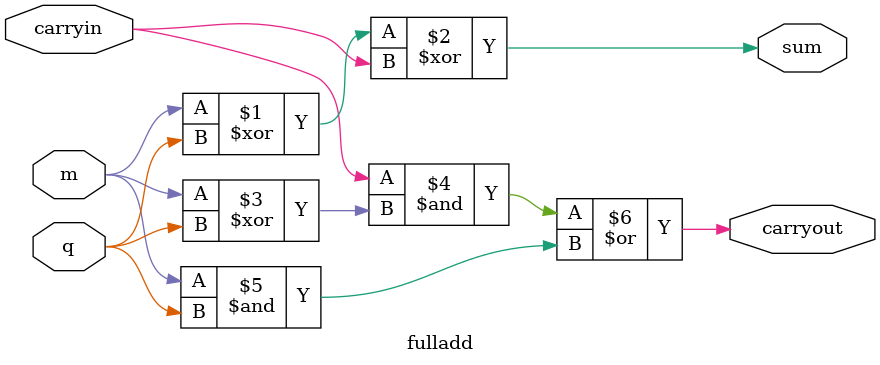
<source format=v>
module array_mult_structural(
    input [3:0] m,
    input [3:0] q,
    output [7:0] p
    );

wire w1, w2, w3, w4, w5, w6;
wire c1, c2, c3, c4, c5, c6, c7, c8, c9, c10, c11;
assign p[0] = m[0] & q[0];

fulladd a1 (m[0] & q[1], m[1] & q[0], 1'b0, p[1], c1);
fulladd a2 (m[2] & q[0], m[1] & q[1], c1, s1, c2);
fulladd a3 (m[3] & q[0], m[2] & q[1], c2, s2, c3);
fulladd a4 (m[3] & q[1], 1'b0, c3, s3, c4);

fulladd a5 (m[0] & q[2], s1,1'b0, p[2], c5);
fulladd a6 (m[1] & q[2], s2, c5, s4, c6);
fulladd a7 (m[2] & q[2], s3, c6, s5, c7);
fulladd a8 (m[3] & q[2], c4, c7, s6, c8);

fulladd a9 (m[0] & q[3], s4, 1'b0, p[3],c9);
fulladd a10 (m[1] & q[3], s5, c9, p[4], c10);
fulladd a11 (m[2] & q[3], s6, c10, p[5], c11);
fulladd a12 (m[3] & q[3], c8, c11, p[6], p[7]);

endmodule

module fulladd(
    input m,
    input q,
    input carryin,
    output sum,
    output carryout
    );
   
    assign sum = m ^ q ^ carryin;
    assign carryout = (carryin & (m^q)) | (m&q);

endmodule

</source>
